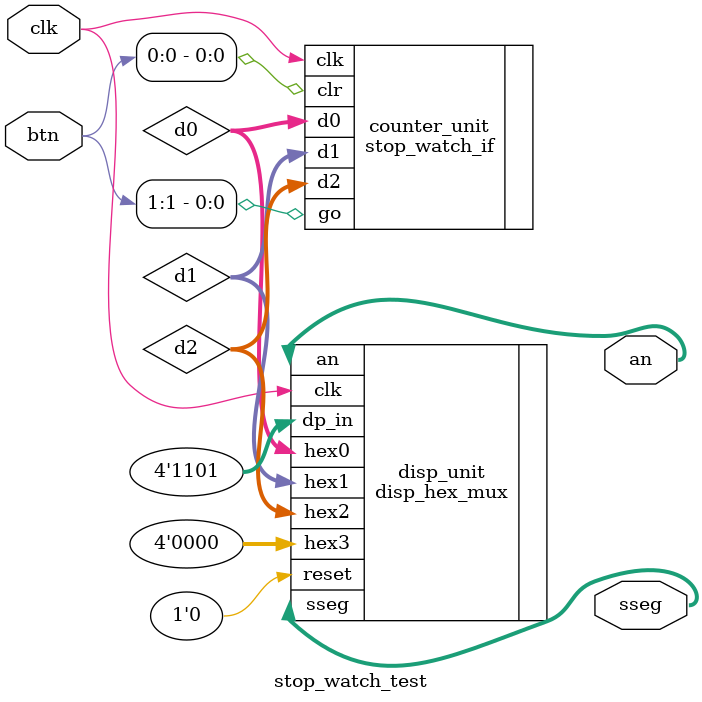
<source format=v>
module stop_watch_test
   (
    input wire clk,
    input wire [1:0] btn,
    output wire [3:0] an,
    output wire [7:0] sseg
   );

   // signal declaration
   wire [3:0]  d2, d1, d0;

   // instantiate 7-seg LED display module
   disp_hex_mux disp_unit
      (.clk(clk), .reset(1'b0),
       .hex3(4'b0), .hex2(d2), .hex1(d1), .hex0(d0),
       .dp_in(4'b1101), .an(an), .sseg(sseg));

   // instantiate stopwatch
   stop_watch_if counter_unit
      (.clk(clk), .go(btn[1]), .clr(btn[0]),
       .d2(d2), .d1(d1), .d0(d0) );

endmodule

</source>
